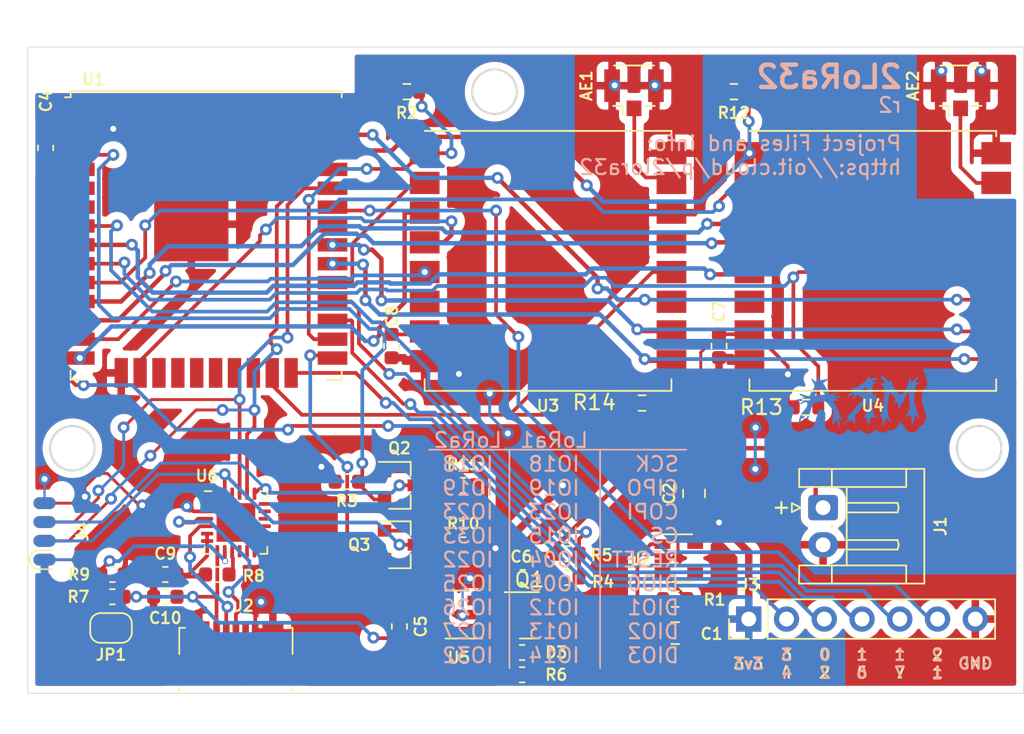
<source format=kicad_pcb>
(kicad_pcb (version 20211014) (generator pcbnew)

  (general
    (thickness 1.6)
  )

  (paper "A4")
  (layers
    (0 "F.Cu" signal)
    (31 "B.Cu" signal)
    (32 "B.Adhes" user "B.Adhesive")
    (33 "F.Adhes" user "F.Adhesive")
    (34 "B.Paste" user)
    (35 "F.Paste" user)
    (36 "B.SilkS" user "B.Silkscreen")
    (37 "F.SilkS" user "F.Silkscreen")
    (38 "B.Mask" user)
    (39 "F.Mask" user)
    (40 "Dwgs.User" user "User.Drawings")
    (41 "Cmts.User" user "User.Comments")
    (42 "Eco1.User" user "User.Eco1")
    (43 "Eco2.User" user "User.Eco2")
    (44 "Edge.Cuts" user)
    (45 "Margin" user)
    (46 "B.CrtYd" user "B.Courtyard")
    (47 "F.CrtYd" user "F.Courtyard")
    (48 "B.Fab" user)
    (49 "F.Fab" user)
  )

  (setup
    (stackup
      (layer "F.SilkS" (type "Top Silk Screen"))
      (layer "F.Paste" (type "Top Solder Paste"))
      (layer "F.Mask" (type "Top Solder Mask") (thickness 0.01))
      (layer "F.Cu" (type "copper") (thickness 0.035))
      (layer "dielectric 1" (type "core") (thickness 1.51) (material "FR4") (epsilon_r 4.5) (loss_tangent 0.02))
      (layer "B.Cu" (type "copper") (thickness 0.035))
      (layer "B.Mask" (type "Bottom Solder Mask") (thickness 0.01))
      (layer "B.Paste" (type "Bottom Solder Paste"))
      (layer "B.SilkS" (type "Bottom Silk Screen"))
      (copper_finish "None")
      (dielectric_constraints no)
    )
    (pad_to_mask_clearance 0.051)
    (solder_mask_min_width 0.25)
    (pcbplotparams
      (layerselection 0x00010fc_ffffffff)
      (disableapertmacros false)
      (usegerberextensions true)
      (usegerberattributes false)
      (usegerberadvancedattributes false)
      (creategerberjobfile false)
      (svguseinch false)
      (svgprecision 6)
      (excludeedgelayer true)
      (plotframeref false)
      (viasonmask false)
      (mode 1)
      (useauxorigin false)
      (hpglpennumber 1)
      (hpglpenspeed 20)
      (hpglpendiameter 15.000000)
      (dxfpolygonmode true)
      (dxfimperialunits true)
      (dxfusepcbnewfont true)
      (psnegative false)
      (psa4output false)
      (plotreference true)
      (plotvalue true)
      (plotinvisibletext false)
      (sketchpadsonfab false)
      (subtractmaskfromsilk false)
      (outputformat 1)
      (mirror false)
      (drillshape 0)
      (scaleselection 1)
      (outputdirectory "gerber/")
    )
  )

  (net 0 "")
  (net 1 "GND")
  (net 2 "Net-(AE1-Pad1)")
  (net 3 "Net-(AE2-Pad1)")
  (net 4 "VBUS")
  (net 5 "+3V3")
  (net 6 "VIN")
  (net 7 "VBAT")
  (net 8 "Net-(C9-Pad1)")
  (net 9 "Net-(J2-Pad3)")
  (net 10 "Net-(J2-Pad2)")
  (net 11 "Net-(JP1-Pad2)")
  (net 12 "RTS")
  (net 13 "EN")
  (net 14 "Net-(Q2-Pad1)")
  (net 15 "IO0")
  (net 16 "DTR")
  (net 17 "Net-(Q3-Pad1)")
  (net 18 "Net-(R4-Pad2)")
  (net 19 "Net-(R8-Pad1)")
  (net 20 "LORSCK")
  (net 21 "TX")
  (net 22 "RX")
  (net 23 "Net-(U1-Pad29)")
  (net 24 "Net-(R13-Pad1)")
  (net 25 "Net-(U1-Pad16)")
  (net 26 "Net-(U1-Pad13)")
  (net 27 "Net-(U1-Pad12)")
  (net 28 "Net-(U1-Pad10)")
  (net 29 "Net-(R14-Pad1)")
  (net 30 "Net-(U1-Pad8)")
  (net 31 "unconnected-(J2-Pad4)")
  (net 32 "Net-(R1-Pad1)")
  (net 33 "unconnected-(U1-Pad32)")
  (net 34 "unconnected-(U1-Pad22)")
  (net 35 "unconnected-(U1-Pad21)")
  (net 36 "unconnected-(U1-Pad20)")
  (net 37 "unconnected-(U1-Pad19)")
  (net 38 "unconnected-(U1-Pad18)")
  (net 39 "unconnected-(U1-Pad17)")
  (net 40 "Net-(U1-Pad14)")
  (net 41 "Net-(U1-Pad11)")
  (net 42 "SPARE04")
  (net 43 "unconnected-(U1-Pad5)")
  (net 44 "unconnected-(U1-Pad4)")
  (net 45 "unconnected-(U2-Pad4)")
  (net 46 "unconnected-(U3-Pad13)")
  (net 47 "unconnected-(U3-Pad6)")
  (net 48 "unconnected-(U4-Pad13)")
  (net 49 "unconnected-(U4-Pad6)")
  (net 50 "unconnected-(U6-Pad24)")
  (net 51 "unconnected-(U6-Pad22)")
  (net 52 "unconnected-(U6-Pad18)")
  (net 53 "unconnected-(U6-Pad17)")
  (net 54 "unconnected-(U6-Pad16)")
  (net 55 "unconnected-(U6-Pad15)")
  (net 56 "unconnected-(U6-Pad14)")
  (net 57 "unconnected-(U6-Pad13)")
  (net 58 "unconnected-(U6-Pad12)")
  (net 59 "unconnected-(U6-Pad11)")
  (net 60 "unconnected-(U6-Pad10)")
  (net 61 "unconnected-(U6-Pad1)")
  (net 62 "LORCOPI")
  (net 63 "LORCIPO")
  (net 64 "SPARE03")
  (net 65 "SPARE02")
  (net 66 "SPARE01")
  (net 67 "SPARE00")
  (net 68 "Net-(R2-Pad1)")
  (net 69 "Net-(R12-Pad1)")

  (footprint "RF_Module:ESP32-WROOM-32U" (layer "F.Cu") (at 178 96.675001))

  (footprint "Connector_Coaxial:U.FL_Hirose_U.FL-R-SMT-1_Vertical" (layer "F.Cu") (at 228.75 87.07 90))

  (footprint "Capacitor_SMD:C_0603_1608Metric" (layer "F.Cu") (at 167.2 90.781475 90))

  (footprint "Capacitor_SMD:C_0603_1608Metric" (layer "F.Cu") (at 191 123 -90))

  (footprint "Capacitor_SMD:C_0603_1608Metric" (layer "F.Cu") (at 199.3 119.7 180))

  (footprint "Capacitor_SMD:C_0603_1608Metric" (layer "F.Cu") (at 190.475 104.125 -90))

  (footprint "Capacitor_SMD:C_0603_1608Metric" (layer "F.Cu") (at 175.25 119.5 180))

  (footprint "Capacitor_SMD:C_0603_1608Metric" (layer "F.Cu") (at 199.25 124.75 180))

  (footprint "Connector_JST:JST_EH_S2B-EH_1x02_P2.50mm_Horizontal" (layer "F.Cu") (at 219.5 115 -90))

  (footprint "Package_TO_SOT_SMD:SOT-23" (layer "F.Cu") (at 191 113.5))

  (footprint "Package_TO_SOT_SMD:SOT-23" (layer "F.Cu") (at 191 117.5))

  (footprint "Resistor_SMD:R_0603_1608Metric" (layer "F.Cu") (at 187.4625 113.25))

  (footprint "Resistor_SMD:R_0603_1608Metric" (layer "F.Cu") (at 202.3 119.7))

  (footprint "Resistor_SMD:R_0603_1608Metric" (layer "F.Cu") (at 202.3 118.1 180))

  (footprint "Resistor_SMD:R_0603_1608Metric" (layer "F.Cu") (at 199.25 126.25))

  (footprint "Resistor_SMD:R_0603_1608Metric" (layer "F.Cu") (at 171.6875 121))

  (footprint "Resistor_SMD:R_0603_1608Metric" (layer "F.Cu") (at 178.75 119.5 180))

  (footprint "Resistor_SMD:R_0603_1608Metric" (layer "F.Cu") (at 171.7 119.5 180))

  (footprint "Resistor_SMD:R_0603_1608Metric" (layer "F.Cu") (at 195.2875 117.5))

  (footprint "Resistor_SMD:R_0603_1608Metric" (layer "F.Cu") (at 195.2875 113.5))

  (footprint "loranet2:DRF1276G" (layer "F.Cu") (at 201 98.140001))

  (footprint "loranet2:DRF1276G" (layer "F.Cu") (at 222.844999 98.140001))

  (footprint "Package_DFN_QFN:QFN-24-1EP_4x4mm_P0.5mm_EP2.6x2.6mm" (layer "F.Cu") (at 180 116))

  (footprint "Connector_USB:USB_Micro-B_Molex_47346-0001" (layer "F.Cu") (at 180 124.8))

  (footprint "Capacitor_SMD:C_0603_1608Metric" (layer "F.Cu") (at 212.5 104.1125 90))

  (footprint "Package_TO_SOT_SMD:SOT-23-5" (layer "F.Cu") (at 195 122.2 180))

  (footprint "Connector_Coaxial:U.FL_Hirose_U.FL-R-SMT-1_Vertical" (layer "F.Cu") (at 206.78 87.07 90))

  (footprint "Capacitor_SMD:C_0805_2012Metric" (layer "F.Cu") (at 209.55 123.444))

  (footprint "Capacitor_SMD:C_0805_2012Metric" (layer "F.Cu") (at 210.82 114.046 90))

  (footprint "Resistor_SMD:R_0603_1608Metric" (layer "F.Cu") (at 209.55 121.158 180))

  (footprint "Package_TO_SOT_SMD:SOT-23-5" (layer "F.Cu") (at 209.795001 118.405001))

  (footprint "Capacitor_SMD:C_0603_1608Metric" (layer "F.Cu") (at 175.25 121 180))

  (footprint "Jumper:SolderJumper-2_P1.3mm_Bridged_RoundedPad1.0x1.5mm" (layer "F.Cu") (at 171.6 123.1 180))

  (footprint "Resistor_SMD:R_0603_1608Metric" (layer "F.Cu") (at 213.5 87 180))

  (footprint "Resistor_SMD:R_0603_1608Metric" (layer "F.Cu") (at 191.5 87 180))

  (footprint "Connector_PinHeader_2.54mm:PinHeader_1x07_P2.54mm_Vertical" (layer "F.Cu") (at 214.5 122.5 90))

  (footprint "Package_TO_SOT_SMD:SOT-23" (layer "F.Cu") (at 199.75 122.25))

  (footprint "Resistor_SMD:R_0603_1608Metric" (layer "F.Cu") (at 218.351714 108.25 180))

  (footprint "Resistor_SMD:R_0603_1608Metric" (layer "F.Cu") (at 207.32 107.96))

  (footprint "loranet2:SOIC_clipProgSmall" (layer "F.Cu") (at 166.376 116.602 -90))

  (footprint "loranet2:MRA-2022_10x6mm" (layer "B.Cu")
    (tedit 623B5DFD) (tstamp 00000000-0000-0000-0000-000060d4245f)
    (at 221.815645 109.15801 180)
    (property "Sheetfile" "loranet2.kicad_sch")
    (property "Sheetname" "")
    (path "/00000000-0000-0000-0000-000060d48c38")
    (attr through_hole)
    (fp_text reference "H1" (at 0 0) (layer "B.SilkS") hide
      (effects (font (size 1.27 1.27) (thickness 0.15)) (justify mirror))
      (tstamp 72bd3a47-5258-460c-bd5b-ac220179bcdf)
    )
    (fp_text value "MountingHole" (at 0 0) (layer "B.SilkS") hide
      (effects (font (size 1.27 1.27) (thickness 0.15)) (justify mirror))
      (tstamp 31948383-d588-419b-b73e-6f2eb277375e)
    )
    (fp_poly (pts
        (xy -1.558313 3.04029)
        (xy -1.564778 3.012362)
        (xy -1.593564 2.958042)
        (xy -1.628618 2.897503)
        (xy -1.676306 2.815254)
        (xy -1.727994 2.726186)
        (xy -1.743926 2.69875)
        (xy -1.842272 2.529417)
        (xy -1.704303 2.523158)
        (xy -1.63412 2.517775)
        (xy -1.58444 2.509763)
        (xy -1.566333 2.501182)
        (xy -1.581318 2.480125)
        (xy -1.620043 2.442047)
        (xy -1.659259 2.407789)
        (xy -1.720942 2.348345)
        (xy -1.757562 2.287767)
        (xy -1.778809 2.219127)
        (xy -1.790032 2.139902)
        (xy -1.795319 2.026606)
        (xy -1.794991 1.887038)
        (xy -1.789365 1.728996)
        (xy -1.77876 1.560279)
        (xy -1.763493 1.388684)
        (xy -1.743884 1.22201)
        (xy -1.735742 1.164167)
        (xy -1.719827 1.049489)
        (xy -1.706621 0.941121)
        (xy -1.697386 0.850389)
        (xy -1.693384 0.788622)
        (xy -1.693313 0.783167)
        (xy -1.679638 0.647461)
        (xy -1.635987 0.533109)
        (xy -1.557401 0.427311)
        (xy -1.553983 0.423635)
        (xy -1.497644 0.361601)
        (xy -1.469219 0.323597)
        (xy -1.466483 0.303927)
        (xy -1.487208 0.296894)
        (xy -1.504225 0.296334)
        (xy -1.581972 0.27694)
        (xy -1.641488 0.220331)
        (xy -1.663375 0.178893)
        (xy -1.682831 0.102771)
        (xy -1.69196 0.003496)
        (xy -1.690281 -0.100914)
        (xy -1.677316 -0.192441)
        (xy -1.673644 -0.206514)
        (xy -1.665232 -0.257309)
        (xy -1.676334 -0.274625)
        (xy -1.704224 -0.255423)
        (xy -1.710785 -0.247892)
        (xy -1.730087 -0.216083)
        (xy -1.760114 -0.157333)
        (xy -1.794811 -0.083567)
        (xy -1.799452 -0.073267)
        (xy -1.848749 0.025689)
        (xy -1.897289 0.103347)
        (xy -1.940536 0.153314)
        (xy -1.971698 0.169334)
        (xy -1.991985 0.153722)
        (xy -2.030372 0.112499)
        (xy -2.07978 0.054088)
        (xy -2.133129 -0.013092)
        (xy -2.183341 -0.080618)
        (xy -2.191414 -0.092038)
        (xy -2.219916 -0.125966)
        (xy -2.231189 -0.122224)
        (xy -2.225405 -0.081734)
        (xy -2.202736 -0.005417)
        (xy -2.163352 0.105803)
        (xy -2.146302 0.151096)
        (xy -2.092618 0.305003)
        (xy -2.053991 0.449979)
        (xy -2.028962 0.596714)
        (xy -2.016071 0.755899)
        (xy -2.013858 0.938224)
        (xy -2.018067 1.090084)
        (xy -2.027363 1.246172)
        (xy -2.043486 1.380888)
        (xy -2.069454 1.515022)
        (xy -2.094718 1.618215)
        (xy -2.120635 1.715801)
        (xy -2.143401 1.797561)
        (xy -2.160648 1.855263)
        (xy -2.17001 1.880674)
        (xy -2.170278 1.881)
        (xy -2.194075 1.877282)
        (xy -2.237493 1.846884)
        (xy -2.294202 1.796576)
        (xy -2.357875 1.733125)
        (xy -2.422183 1.663301)
        (xy -2.480799 1.593873)
        (xy -2.527395 1.531609)
        (xy -2.555641 1.483278)
        (xy -2.561167 1.462893)
        (xy -2.549776 1.42417)
        (xy -2.520662 1.367321)
        (xy -2.498052 1.331394)
        (xy -2.462524 1.276498)
        (xy -2.439455 1.236133)
        (xy -2.434552 1.223516)
        (xy -2.452511 1.220774)
        (xy -2.499163 1.229318)
        (xy -2.542632 1.240993)
        (xy -2.606181 1.256004)
        (xy -2.652881 1.259959)
        (xy -2.667672 1.255727)
        (xy -2.679395 1.229386)
        (xy -2.698868 1.170848)
        (xy -2.723327 1.08892)
        (xy -2.748596 0.997708)
        (xy -2.774584 0.90273)
        (xy -2.797304 0.823689)
        (xy -2.814254 0.769031)
        (xy -2.82279 0.747321)
        (xy -2.831657 0.760755)
        (xy -2.844799 0.805596)
        (xy -2.857041 0.860864)
        (xy -2.892058 1.011047)
        (xy -2.931665 1.124)
        (xy -2.97887 1.204798)
        (xy -3.036678 1.258515)
        (xy -3.108096 1.290224)
        (xy -3.112073 1.291321)
        (xy -3.172218 1.312414)
        (xy -3.192545 1.336524)
        (xy -3.175421 1.370209)
        (xy -3.149909 1.396114)
        (xy -3.103651 1.43921)
        (xy -3.195242 1.619847)
        (xy -3.245648 1.711891)
        (xy -3.300634 1.800699)
        (xy -3.350762 1.871352)
        (xy -3.365826 1.889497)
        (xy -3.444818 1.97851)
        (xy -3.457715 1.872964)
        (xy -3.464957 1.803329)
        (xy -3.47401 1.700469)
        (xy -3.484196 1.573416)
        (xy -3.494839 1.431205)
        (xy -3.505261 1.28287)
        (xy -3.514785 1.137445)
        (xy -3.522333 1.011101)
        (xy -3.526449 0.919505)
        (xy -3.524771 0.856223)
        (xy -3.514861 0.807369)
        (xy -3.494285 0.759057)
        (xy -3.470356 0.714767)
        (xy -3.417075 0.616539)
        (xy -3.365587 0.5164)
        (xy -3.319319 0.421658)
        (xy -3.2817 0.33962)
        (xy -3.256158 0.277593)
        (xy -3.246119 0.242885)
        (xy -3.246938 0.238507)
        (xy -3.267079 0.245759)
        (xy -3.308609 0.276244)
        (xy -3.362761 0.323483)
        (xy -3.365896 0.326406)
        (xy -3.422794 0.375238)
        (xy -3.470226 0.408081)
        (xy -3.49814 0.418001)
        (xy -3.498514 0.417891)
        (xy -3.524666 0.396752)
        (xy -3.563257 0.352039)
        (xy -3.58775 0.319082)
        (xy -3.615204 0.278151)
        (xy -3.633306 0.241843)
        (xy -3.64397 0.200053)
        (xy -3.649111 0.142679)
        (xy -3.650643 0.059619)
        (xy -3.650612 -0.012619)
        (xy -3.650696 -0.108022)
        (xy -3.651405 -0.185627)
        (xy -3.652618 -0.237042)
        (xy -3.654082 -0.254)
        (xy -3.665652 -0.237019)
        (xy -3.692636 -0.192002)
        (xy -3.72974 -0.127832)
        (xy -3.739246 -0.111125)
        (xy -3.777599 -0.041334)
        (xy -3.801336 0.012712)
        (xy -3.81384 0.065435)
        (xy -3.818491 0.131259)
        (xy -3.818672 0.224605)
        (xy -3.818647 0.227542)
        (xy -3.819537 0.326598)
        (xy -3.824656 0.388572)
        (xy -3.834654 0.418564)
        (xy -3.843597 0.423334)
        (xy -3.87619 0.406636)
        (xy -3.920183 0.364023)
        (xy -3.966654 0.306714)
        (xy -4.006678 0.24593)
        (xy -4.031332 0.192891)
        (xy -4.033576 0.184466)
        (xy -4.044932 0.143133)
        (xy -4.056289 0.138918)
        (xy -4.069236 0.158274)
        (xy -4.083845 0.220057)
        (xy -4.079168 0.315424)
        (xy -4.055891 0.440634)
        (xy -4.014696 0.591944)
        (xy -3.960246 0.75463)
        (xy -3.919647 0.872097)
        (xy -3.882579 0.988328)
        (xy -3.852618 1.091489)
        (xy -3.833338 1.169746)
        (xy -3.830722 1.183365)
        (xy -3.813282 1.322433)
        (xy -3.805796 1.47418)
        (xy -3.808106 1.624682)
        (xy -3.820056 1.760015)
        (xy -3.83832 1.855139)
        (xy -3.855999 1.943748)
        (xy -3.86863 2.051431)
        (xy -3.8735 2.154995)
        (xy -3.8735 2.155745)
        (xy -3.874304 2.241117)
        (xy -3.879285 2.296604)
        (xy -3.892301 2.334653)
        (xy -3.917206 2.367709)
        (xy -3.949077 2.399695)
        (xy -4.012713 2.453521)
        (xy -4.081429 2.500272)
        (xy -4.102535 2.511839)
        (xy -4.180417 2.550584)
        (xy -3.878521 2.56292)
        (xy -3.939233 2.675013)
        (xy -3.979083 2.754204)
        (xy -4.014264 2.834076)
        (xy -4.041037 2.904828)
        (xy -4.055666 2.956658)
        (xy -4.055238 2.979152)
        (xy -4.025218 2.983607)
        (xy -3.985399 2.961784)
        (xy -3.94931 2.92273)
        (xy -3.937146 2.900185)
        (xy -3.910751 2.856968)
        (xy -3.86607 2.80258)
        (xy -3.811425 2.745067)
        (xy -3.75514 2.692474)
        (xy -3.705535 2.652847)
        (xy -3.670936 2.634231)
        (xy -3.662596 2.634779)
        (xy -3.64168 2.65904)
        (xy -3.609153 2.708367)
        (xy -3.583254 2.752404)
        (xy -3.549124 2.809399)
        (xy -3.522214 2.84756)
        (xy -3.51108 2.857479)
        (xy -3.500083 2.838757)
        (xy -3.487927 2.791615)
        (xy -3.483621 2.767542)
        (xy -3.464942 2.682506)
        (xy -3.433917 2.574891)
        (xy -3.39487 2.45693)
        (xy -3.352122 2.340855)
        (xy -3.309997 2.238899)
        (xy -3.272815 2.163296)
        (xy -3.266184 2.152144)
        (xy -3.224868 2.092707)
        (xy -3.168854 2.021227)
        (xy -3.104656 1.944951)
        (xy -3.038789 1.871125)
        (xy -2.977765 1.806992)
        (xy -2.9281 1.7598)
        (xy -2.896309 1.736793)
        (xy -2.891739 1.735667)
        (xy -2.862294 1.751288)
        (xy -2.82575 1.789348)
        (xy -2.822315 1.793875)
        (xy -2.791733 1.832402)
        (xy -2.740403 1.894214)
        (xy -2.675497 1.970775)
        (xy -2.604515 2.053167)
        (xy -2.501453 2.175808)
        (xy -2.425615 2.277156)
        (xy -2.373197 2.364716)
        (xy -2.340393 2.445993)
        (xy -2.323401 2.528494)
        (xy -2.318421 2.617576)
        (xy -2.317311 2.699049)
        (xy -2.310384 2.741208)
        (xy -2.290895 2.747027)
        (xy -2.252095 2.719478)
        (xy -2.19755 2.670835)
        (xy -2.140849 2.619636)
        (xy -2.037589 2.722693)
        (xy -1.976359 2.778441)
        (xy -1.899475 2.840732)
        (xy -1.815208 2.903771)
        (xy -1.73183 2.961765)
        (xy -1.657614 3.008921)
        (xy -1.60083 3.039445)
        (xy -1.573125 3.048)
        (xy -1.558313 3.04029)
      ) (layer "B.Cu") (width 0.01) (fill solid) (tstamp 4f31de85-a5e9-490a-9f64-4ba66189b3e4))
    (fp_poly (pts
        (xy -0.766927 2.988489)
        (xy -0.737465 2.943923)
        (xy -0.709493 2.894542)
        (xy -0.670534 2.826151)
        (xy -0.629762 2.76762)
        (xy -0.580673 2.712555)
        (xy -0.516765 2.654561)
        (xy -0.431533 2.587244)
        (xy -0.318474 2.50421)
        (xy -0.296333 2.488296)
        (xy -0.178287 2.403613)
        (xy -0.088159 2.34004)
        (xy -0.019196 2.294395)
        (xy 0.035354 2.263496)
        (xy 0.082245 2.244161)
        (xy 0.128229 2.23321)
        (xy 0.180058 2.22746)
        (xy 0.244486 2.223729)
        (xy 0.267793 2.2225)
        (xy 0.463395 2.211917)
        (xy 0.337927 2.106084)
        (xy 0.27864 2.054775)
        (xy 0.234556 2.014147)
        (xy 0.213537 1.991512)
        (xy 0.212789 1.989667)
        (xy 0.230796 1.976636)
        (xy 0.278398 1.951287)
        (xy 0.34646 1.918395)
        (xy 0.369959 1.907561)
        (xy 0.455243 1.865778)
        (xy 0.514071 1.827168)
        (xy 0.559943 1.780915)
        (xy 0.603604 1.720363)
        (xy 0.641148 1.660068)
        (xy 0.664885 1.614506)
        (xy 0.669705 1.593983)
        (xy 0.648839 1.600457)
        (xy 0.602018 1.626805)
        (xy 0.537612 1.668126)
        (xy 0.504126 1.690991)
        (xy 0.403789 1.755225)
        (xy 0.320306 1.797638)
        (xy 0.257845 1.816816)
        (xy 0.220577 1.811347)
        (xy 0.211667 1.790116)
        (xy 0.216188 1.752467)
        (xy 0.228057 1.687549)
        (xy 0.244727 1.609253)
        (xy 0.24514 1.607434)
        (xy 0.260632 1.531011)
        (xy 0.269657 1.469477)
        (xy 0.270365 1.435604)
        (xy 0.270148 1.434862)
        (xy 0.25595 1.439577)
        (xy 0.225226 1.473826)
        (xy 0.183538 1.531028)
        (xy 0.163981 1.560493)
        (xy 0.11394 1.632975)
        (xy 0.067001 1.692578)
        (xy 0.031344 1.729151)
        (xy 0.02409 1.734103)
        (xy -0.022048 1.746063)
        (xy -0.06402 1.738795)
        (xy -0.084473 1.715711)
        (xy -0.084667 1.712712)
        (xy -0.100943 1.693475)
        (xy -0.144755 1.656597)
        (xy -0.208579 1.608164)
        (xy -0.255227 1.574772)
        (xy -0.425787 1.455257)
        (xy -0.376935 1.403038)
        (xy -0.332194 1.361059)
        (xy -0.269378 1.30894)
        (xy -0.225247 1.275173)
        (xy -0.15711 1.216291)
        (xy -0.084206 1.139908)
        (xy -0.032494 1.075954)
        (xy 0.012109 1.019382)
        (xy 0.079231 0.940229)
        (xy 0.161969 0.846356)
        (xy 0.253421 0.745621)
        (xy 0.326291 0.667417)
        (xy 0.427529 0.56142)
        (xy 0.505537 0.483227)
        (xy 0.564957 0.428779)
        (xy 0.610433 0.394019)
        (xy 0.646608 0.374888)
        (xy 0.667996 0.368787)
        (xy 0.716293 0.356531)
        (xy 0.740259 0.344186)
        (xy 0.740833 0.342496)
        (xy 0.72727 0.321405)
        (xy 0.692588 0.281316)
        (xy 0.665381 0.252598)
        (xy 0.589928 0.175328)
        (xy 0.659344 0.105912)
        (xy 0.708954 0.060643)
        (xy 0.779844 0.001296)
        (xy 0.859027 -0.061356)
        (xy 0.882963 -0.079566)
        (xy 0.96073 -0.140553)
        (xy 1.011082 -0.184976)
        (xy 1.032921 -0.210743)
        (xy 1.025146 -0.215766)
        (xy 0.986657 -0.197952)
        (xy 0.926042 -0.16143)
        (xy 0.791386 -0.080612)
        (xy 0.677518 -0.024323)
        (xy 0.574524 0.012055)
        (xy 0.530558 0.022846)
        (xy 0.460289 0.034558)
        (xy 0.411996 0.031325)
        (xy 0.367551 0.011762)
        (xy 0.364849 0.01018)
        (xy 0.30763 -0.035965)
        (xy 0.256216 -0.09786)
        (xy 0.221066 -0.161061)
        (xy 0.211667 -0.201334)
        (xy 0.204651 -0.226445)
        (xy 0.19259 -0.221191)
        (xy 0.185063 -0.193651)
        (xy 0.177714 -0.132155)
        (xy 0.171273 -0.045079)
        (xy 0.166468 0.059204)
        (xy 0.165548 0.089169)
        (xy 0.157582 0.379422)
        (xy 0.041749 0.492029)
        (xy -0.030401 0.570266)
        (xy -0.102365 0.661302)
        (xy -0.151612 0.734403)
        (xy -0.213844 0.823298)
        (xy -0.294891 0.909125)
        (xy -0.404542 1.002243)
        (xy -0.4053 1.002839)
        (xy -0.478991 1.058037)
        (xy -0.541081 1.099312)
        (xy -0.584008 1.121954)
        (xy -0.599292 1.123675)
        (xy -0.620346 1.08239)
        (xy -0.63808 1.010174)
        (xy -0.650428 0.918411)
        (xy -0.655323 0.818485)
        (xy -0.655334 0.814917)
        (xy -0.651293 0.739231)
        (xy -0.636407 0.666401)
        (xy -0.606876 0.581928)
        (xy -0.574187 0.505249)
        (xy -0.530924 0.414082)
        (xy -0.485641 0.328403)
        (xy -0.44597 0.262356)
        (xy -0.43398 0.245381)
        (xy -0.401316 0.197353)
        (xy -0.385912 0.163971)
        (xy -0.386581 0.156698)
        (xy -0.410488 0.158551)
        (xy -0.457756 0.176462)
        (xy -0.483939 0.189024)
        (xy -0.539063 0.215397)
        (xy -0.578226 0.230964)
        (xy -0.586532 0.232754)
        (xy -0.603508 0.214905)
        (xy -0.628779 0.169284)
        (xy -0.645583 0.132213)
        (xy -0.670307 0.056546)
        (xy -0.683725 -0.032331)
        (xy -0.687912 -0.148423)
        (xy -0.687917 -0.153432)
        (xy -0.689035 -0.235999)
        (xy -0.692024 -0.299542)
        (xy -0.696337 -0.3345)
        (xy -0.6985 -0.338362)
        (xy -0.712179 -0.320618)
        (xy -0.737411 -0.274573)
        (xy -0.765656 -0.21668)
        (xy -0.806996 -0.101815)
        (xy -0.833462 0.024763)
        (xy -0.836334 0.049512)
        (xy -0.850571 0.150126)
        (xy -0.873859 0.214522)
        (xy -0.912361 0.248717)
        (xy -0.972237 0.258729)
        (xy -1.044425 0.252735)
        (xy -1.126264 0.235296)
        (xy -1.202895 0.208739)
        (xy -1.235251 0.192354)
        (xy -1.284436 0.164178)
        (xy -1.317917 0.14901)
        (xy -1.322303 0.148167)
        (xy -1.316349 0.162722)
        (xy -1.28741 0.201735)
        (xy -1.240851 0.258224)
        (xy -1.212465 0.291042)
        (xy -1.087069 0.433917)
        (xy -1.039732 0.814917)
        (xy -1.023905 0.940538)
        (xy -1.009159 1.054349)
        (xy -0.996533 1.148555)
        (xy -0.987071 1.215362)
        (xy -0.982203 1.245231)
        (xy -0.979941 1.280412)
        (xy -1.002007 1.28509)
        (xy -1.020465 1.280332)
        (xy -1.060748 1.262248)
        (xy -1.123808 1.227144)
        (xy -1.197472 1.181884)
        (xy -1.213809 1.1713)
        (xy -1.281994 1.129044)
        (xy -1.3363 1.099798)
        (xy -1.367654 1.088297)
        (xy -1.371333 1.089111)
        (xy -1.36346 1.108646)
        (xy -1.330968 1.148421)
        (xy -1.280622 1.200264)
        (xy -1.274065 1.206562)
        (xy -1.204546 1.280504)
        (xy -1.169589 1.337557)
        (xy -1.164167 1.364775)
        (xy -1.167755 1.397051)
        (xy -1.18591 1.412723)
        (xy -1.229722 1.41765)
        (xy -1.264708 1.417916)
        (xy -1.346004 1.411783)
        (xy -1.438814 1.39649)
        (xy -1.481667 1.386417)
        (xy -1.56906 1.364371)
        (xy -1.620909 1.35553)
        (xy -1.641895 1.359897)
        (xy -1.636695 1.377477)
        (xy -1.629711 1.386565)
        (xy -1.598096 1.407122)
        (xy -1.536994 1.434042)
        (xy -1.457752 1.462519)
        (xy -1.428966 1.471618)
        (xy -1.30902 1.514451)
        (xy -1.230033 1.557586)
        (xy -1.190633 1.601893)
        (xy -1.185333 1.626148)
        (xy -1.198593 1.654507)
        (xy -1.232745 1.701393)
        (xy -1.264708 1.738975)
        (xy -1.302786 1.782056)
        (xy -1.320316 1.807998)
        (xy -1.312978 1.818049)
        (xy -1.276452 1.813455)
        (xy -1.206417 1.795464)
        (xy -1.136568 1.775967)
        (xy -1.073832 1.760416)
        (xy -1.038543 1.759171)
        (xy -1.018212 1.772502)
        (xy -1.013691 1.778597)
        (xy -1.006227 1.812042)
        (xy -1.0026 1.877921)
        (xy -1.00238 1.966548)
        (xy -1.004645 2.049973)
        (xy -0.613433 2.049973)
        (xy -0.611161 1.977293)
        (xy -0.60607 1.920154)
        (xy -0.600519 1.894932)
        (xy -0.587719 1.875239)
        (xy -0.565818 1.871912)
        (xy -0.528416 1.887413)
        (xy -0.469115 1.924201)
        (xy -0.399139 1.972339)
        (xy -0.33405 2.020262)
        (xy -0.300267 2.052321)
        (xy -0.29277 2.074382)
        (xy -0.300762 2.087306)
        (xy -0.332948 2.11217)
        (xy -0.387018 2.147963)
        (xy -0.451667 2.187905)
        (xy -0.515587 2.225212)
        (xy -0.567473 2.253103)
        (xy -0.596018 2.264795)
        (xy -0.596713 2.264834)
        (xy -0.604526 2.245624)
        (xy -0.609997 2.195701)
        (xy -0.613005 2.12663)
        (xy -0.613433 2.049973)
        (xy -1.004645 2.049973)
        (xy -1.005142 2.068239)
        (xy -1.010458 2.17331)
        (xy -1.017899 2.272075)
        (xy -1.027038 2.35485)
        (xy -1.037449 2.411949)
        (xy -1.04229 2.426375)
        (xy -1.074536 2.465215)
        (xy -1.12969 2.505662)
        (xy -1.156839 2.52041)
        (xy -1.221333 2.556837)
        (xy -1.245569 2.583875)
        (xy -1.229319 2.60094)
        (xy -1.190625 2.606835)
        (xy -1.132033 2.609596)
        (xy -1.089461 2.608584)
        (xy -1.039721 2.602633)
        (xy -1.005417 2.597517)
        (xy -0.92075 2.584671)
        (xy -0.994833 2.648589)
        (xy -1.084569 2.715686)
        (xy -1.174788 2.765312)
        (xy -1.253719 2.79146)
        (xy -1.27974 2.794)
        (xy -1.319941 2.799721)
        (xy -1.3335 2.810934)
        (xy -1.314775 2.846019)
        (xy -1.26494 2.868524)
        (xy -1.193508 2.877785)
        (xy -1.109993 2.873136)
        (xy -1.023906 2.853912)
        (xy -0.976647 2.835869)
        (xy -0.907724 2.806487)
        (xy -0.86837 2.796596)
        (xy -0.850661 2.806031)
        (xy -0.846667 2.833175)
        (xy -0.840112 2.880789)
        (xy -0.824178 2.935686)
        (xy -0.804464 2.982344)
        (xy -0.786567 3.005241)
        (xy -0.78446 3.005667)
        (xy -0.766927 2.988489)
      ) (layer "B.Cu") (width 0.01) (fill solid) (tstamp 8da5ca03-ed4e-4318-a05e-8d1b9da96279))
    (fp_poly (pts
        (xy 2.617647 3.023614)
        (xy 2.631609 2.974592)
        (xy 2.635504 2.950012)
        (xy 2.658609 2.813046)
        (xy 2.686259 2.716405)
        (xy 2.72114 2.658121)
        (xy 2.765939 2.636228)
        (xy 2.823344 2.648757)
        (xy 2.89604 2.693741)
        (xy 2.938965 2.727791)
        (xy 3.022266 2.794403)
        (xy 3.07655 2.830305)
        (xy 3.102496 2.834958)
        (xy 3.100781 2.807823)
        (xy 3.072083 2.748363)
        (xy 3.021121 2.662532)
        (xy 2.950978 2.540619)
        (xy 2.90925 2.440602)
        (xy 2.895749 2.353171)
        (xy 2.910284 2.269014)
        (xy 2.952665 2.178822)
        (xy 3.009487 2.091811)
        (xy 3.065145 2.003871)
        (xy 3.117459 1.906062)
        (xy 3.152408 1.826278)
        (xy 3.181697 1.754696)
        (xy 3.210285 1.697935)
        (xy 3.230163 1.670302)
        (xy 3.25302 1.662369)
        (xy 3.294815 1.664938)
        (xy 3.361716 1.67912)
        (xy 3.459889 1.706022)
        (xy 3.508285 1.720291)
        (xy 3.64563 1.760748)
        (xy 3.747453 1.789175)
        (xy 3.818512 1.806574)
        (xy 3.863561 1.813952)
        (xy 3.887355 1.812312)
        (xy 3.894649 1.80266)
        (xy 3.894667 1.801926)
        (xy 3.877193 1.773628)
        (xy 3.830655 1.73304)
        (xy 3.763873 1.686757)
        (xy 3.68567 1.641374)
        (xy 3.667125 1.631821)
        (xy 3.614278 1.601629)
        (xy 3.581928 1.57611)
        (xy 3.577167 1.567629)
        (xy 3.596248 1.550205)
        (xy 3.646785 1.527644)
        (xy 3.718712 1.503078)
        (xy 3.801967 1.479639)
        (xy 3.886486 1.460456)
        (xy 3.958167 1.449095)
        (xy 4.050039 1.433957)
        (xy 4.120805 1.41265)
        (xy 4.162332 1.388103)
        (xy 4.169833 1.372854)
        (xy 4.149942 1.366289)
        (xy 4.095365 1.360018)
        (xy 4.01375 1.354643)
        (xy 3.912745 1.350766)
        (xy 3.879186 1.349973)
        (xy 3.588539 1.344084)
        (xy 3.696208 1.27505)
        (xy 3.771702 1.22261)
        (xy 3.830342 1.174132)
        (xy 3.865739 1.135553)
        (xy 3.871506 1.112809)
        (xy 3.87117 1.112448)
        (xy 3.849541 1.117227)
        (xy 3.799393 1.137729)
        (xy 3.729749 1.170117)
        (xy 3.694179 1.187685)
        (xy 3.591153 1.235267)
        (xy 3.513963 1.260472)
        (xy 3.454313 1.265964)
        (xy 3.451199 1.265733)
        (xy 3.407249 1.260128)
        (xy 3.384252 1.245361)
        (xy 3.374266 1.210107)
        (xy 3.369728 1.149533)
        (xy 3.370818 1.076893)
        (xy 3.385591 1.008653)
        (xy 3.417865 0.937009)
        (xy 3.471461 0.854156)
        (xy 3.550196 0.752291)
        (xy 3.584584 0.71048)
        (xy 3.728586 0.520118)
        (xy 3.833796 0.341363)
        (xy 3.901344 0.171747)
        (xy 3.932364 0.008802)
        (xy 3.934806 -0.052916)
        (xy 3.934374 -0.201083)
        (xy 3.893315 -0.116416)
        (xy 3.863492 -0.053673)
        (xy 3.824644 0.029704)
        (xy 3.785138 0.115751)
        (xy 3.784835 0.116417)
        (xy 3.717412 0.264584)
        (xy 3.704842 0.179917)
        (xy 3.696165 0.128825)
        (xy 3.688664 0.115505)
        (xy 3.678339 0.135717)
        (xy 3.674185 0.147417)
        (xy 3.65116 0.185638)
        (xy 3.605418 0.242418)
        (xy 3.565508 0.28575)
        (xy 3.683 0.28575)
        (xy 3.693583 0.275167)
        (xy 3.704167 0.28575)
        (xy 3.693583 0.296334)
        (xy 3.683 0.28575)
        (xy 3.565508 0.28575)
        (xy 3.545361 0.307623)
        (xy 3.521382 0.331672)
        (xy 3.386667 0.463761)
        (xy 3.386667 0.221297)
        (xy 3.384896 0.113278)
        (xy 3.379882 0.033824)
        (xy 3.372074 -0.011926)
        (xy 3.3655 -0.021166)
        (xy 3.349657 -0.003033)
        (xy 3.344333 0.032382)
        (xy 3.338156 0.071115)
        (xy 3.321171 0.141378)
        (xy 3.295695 0.234453)
        (xy 3.264048 0.341624)
        (xy 3.250043 0.386924)
        (xy 3.211853 0.509313)
        (xy 3.173666 0.632518)
        (xy 3.139434 0.743742)
        (xy 3.113106 0.830188)
        (xy 3.108786 0.844547)
        (xy 3.061153 0.978116)
        (xy 3.004176 1.082078)
        (xy 2.932073 1.160414)
        (xy 2.83906 1.217103)
        (xy 2.719353 1.256128)
        (xy 2.567168 1.281468)
        (xy 2.459175 1.29166)
        (xy 2.325013 1.30023)
        (xy 2.225255 1.301158)
        (xy 2.152344 1.292408)
        (xy 2.098724 1.271941)
        (xy 2.056838 1.237719)
        (xy 2.01913 1.187706)
        (xy 2.007906 1.169972)
        (xy 1.970447 1.117133)
        (xy 1.913995 1.04651)
        (xy 1.848877 0.970855)
        (xy 1.827853 0.94762)
        (xy 1.760794 0.867787)
        (xy 1.703182 0.786939)
        (xy 1.664581 0.718754)
        (xy 1.659745 0.707217)
        (xy 1.647029 0.671449)
        (xy 1.63836 0.636748)
        (xy 1.633728 0.596216)
        (xy 1.633124 0.542951)
        (xy 1.636538 0.470054)
        (xy 1.643962 0.370623)
        (xy 1.655384 0.237759)
        (xy 1.659044 0.196485)
        (xy 1.669774 0.068843)
        (xy 1.678077 -0.043958)
        (xy 1.683564 -0.135302)
        (xy 1.685845 -0.198574)
        (xy 1.684529 -0.227158)
        (xy 1.684086 -0.227969)
        (xy 1.661328 -0.224692)
        (xy 1.625216 -0.195944)
        (xy 1.585848 -0.1515)
        (xy 1.553583 -0.101642)
        (xy 1.531229 -0.038282)
        (xy 1.523711 0.014824)
        (xy 1.5186 0.079123)
        (xy 1.510303 0.123068)
        (xy 1.500947 0.148939)
        (xy 1.488036 0.149959)
        (xy 1.46461 0.122134)
        (xy 1.436483 0.080735)
        (xy 1.399728 0.018308)
        (xy 1.358698 -0.06232)
        (xy 1.318243 -0.150104)
        (xy 1.283215 -0.234001)
        (xy 1.258463 -0.302965)
        (xy 1.248838 -0.345954)
        (xy 1.248833 -0.346529)
        (xy 1.235525 -0.383834)
        (xy 1.226107 -0.392546)
        (xy 1.214819 -0.383698)
        (xy 1.209385 -0.338011)
        (xy 1.209609 -0.253253)
        (xy 1.210777 -0.219171)
        (xy 1.22218 -0.082286)
        (xy 1.245685 0.026286)
        (xy 1.264944 0.079375)
        (xy 1.289938 0.148106)
        (xy 1.292102 0.182463)
        (xy 1.270754 0.182584)
        (xy 1.225209 0.148606)
        (xy 1.171965 0.098036)
        (xy 1.124543 0.054793)
        (xy 1.09119 0.032359)
        (xy 1.0795 0.034898)
        (xy 1.087162 0.07741)
        (xy 1.108031 0.150217)
        (xy 1.138931 0.24458)
        (xy 1.176687 0.351762)
        (xy 1.218123 0.463022)
        (xy 1.260062 0.569623)
        (xy 1.29933 0.662823)
        (xy 1.33275 0.733886)
        (xy 1.335276 0.738734)
        (xy 1.373876 0.817631)
        (xy 1.402895 0.887673)
        (xy 1.417386 0.936568)
        (xy 1.418167 0.944713)
        (xy 1.431548 0.990971)
        (xy 1.464923 1.046805)
        (xy 1.477724 1.062889)
        (xy 1.561855 1.168881)
        (xy 1.612314 1.251342)
        (xy 1.629809 1.311439)
        (xy 1.629833 1.313334)
        (xy 1.627789 1.336674)
        (xy 1.615929 1.349934)
        (xy 1.585659 1.354931)
        (xy 1.528388 1.353479)
        (xy 1.4605 1.34911)
        (xy 1.382003 1.345762)
        (xy 1.32283 1.347109)
        (xy 1.292937 1.352791)
        (xy 1.291167 1.355227)
        (xy 1.308966 1.381805)
        (xy 1.354915 1.416792)
        (xy 1.417844 1.452919)
        (xy 1.48658 1.482914)
        (xy 1.488297 1.48353)
        (xy 1.546448 1.509311)
        (xy 1.588517 1.536807)
        (xy 1.593932 1.542335)
        (xy 1.59523 1.555057)
        (xy 1.570991 1.56197)
        (xy 1.517859 1.562996)
        (xy 1.432478 1.558056)
        (xy 1.311494 1.547072)
        (xy 1.17475 1.532548)
        (xy 1.068917 1.520829)
        (xy 1.179206 1.596498)
        (xy 1.237107 1.634298)
        (xy 1.284368 1.656836)
        (xy 1.335706 1.668036)
        (xy 1.405832 1.671822)
        (xy 1.462945 1.672167)
        (xy 1.547801 1.672533)
        (xy 1.596939 1.67504)
        (xy 1.616976 1.681804)
        (xy 1.614529 1.694941)
        (xy 1.597465 1.715184)
        (xy 1.531444 1.771896)
        (xy 1.530146 1.772709)
        (xy 2.201412 1.772709)
        (xy 2.22036 1.763109)
        (xy 2.268649 1.756518)
        (xy 2.301875 1.755022)
        (xy 2.368976 1.751278)
        (xy 2.46176 1.742837)
        (xy 2.564041 1.731249)
        (xy 2.6035 1.726146)
        (xy 2.715417 1.711262)
        (xy 2.79205 1.701815)
        (xy 2.840045 1.697409)
        (xy 2.866048 1.697645)
        (xy 2.876704 1.702127)
        (xy 2.878667 1.709678)
        (xy 2.866335 1.734631)
        (xy 2.83524 1.778452)
        (xy 2.818441 1.799636)
        (xy 2.777586 1.857862)
        (xy 2.730691 1.936794)
        (xy 2.692148 2.010834)
        (xy 2.65064 2.090607)
        (xy 2.607048 2.163979)
        (xy 2.573217 2.211917)
        (xy 2.520356 2.275417)
        (xy 2.519594 2.212728)
        (xy 2.510473 2.169024)
        (xy 2.480141 2.121142)
        (xy 2.42252 2.06011)
        (xy 2.404903 2.043395)
        (xy 2.336093 1.973295)
        (xy 2.275055 1.9009)
        (xy 2.228664 1.835353)
        (xy 2.203794 1.785799)
        (xy 2.201412 1.772709)
        (xy 1.530146 1.772709)
        (xy 1.440713 1.828711)
        (xy 1.341629 1.875463)
        (xy 1.335992 1.877644)
        (xy 1.300073 1.892101)
        (xy 1.290074 1.899927)
        (xy 1.310471 1.902074)
        (xy 1.365738 1.899489)
        (xy 1.421523 1.895788)
        (xy 1.542632 1.880919)
        (xy 1.638536 1.852705)
        (xy 1.683967 1.831351)
        (xy 1.745268 1.801226)
        (xy 1.79355 1.781881)
        (xy 1.81071 1.778)
        (xy 1.84631 1.795833)
        (xy 1.894505 1.84442)
        (xy 1.949482 1.916396)
        (xy 2.005425 2.004395)
        (xy 2.04127 2.070059)
        (xy 2.087962 2.157244)
        (xy 2.146574 2.260473)
        (xy 2.205992 2.360272)
        (xy 2.218114 2.379907)
        (xy 2.32268 2.547897)
        (xy 2.20129 2.626354)
        (xy 2.133205 2.674325)
        (xy 2.075945 2.721672)
        (xy 2.044741 2.754698)
        (xy 2.022408 2.790439)
        (xy 2.029276 2.805233)
        (xy 2.061754 2.811149)
        (xy 2.108232 2.80836)
        (xy 2.179009 2.79467)
        (xy 2.255109 2.774108)
        (xy 2.342083 2.751281)
        (xy 2.427206 2.735496)
        (xy 2.484021 2.730503)
        (xy 2.57175 2.730506)
        (xy 2.573296 2.868574)
        (xy 2.578051 2.95397)
        (xy 2.588564 3.010287)
        (xy 2.602531 3.034507)
        (xy 2.617647 3.023614)
      ) (layer "B.Cu") (width 0.01) (fill solid) (tstamp a810b8ca-59ed-411f-bcad-a352419dcd10))
    (fp_poly (pts
        (xy -3.239167 -2.248814)
        (xy -4.586454 -2.248814)
        (xy -4.636167 -2.301731)
        (xy -4.685879 -2.354647)
        (xy -3.239167 -2.354647)
        (xy -3.239167 -3.031981)
        (xy -6.318689 -3.031981)
        (xy -5.578083 -2.291147)
        (xy -4.837477 -1.550314)
        (xy -3.9165 -1.550314)
        (xy -3.9165 -1.444481)
        (xy -6.181333 -1.444481)
        (xy -6.181333 -0.767147)
        (xy -3.239167 -0.767147)
        (xy -3.239167 -2.248814)
      ) (layer "B.Mask") (width 0.01) (fill solid) (tstamp 7ac21db1-e4be-4157-bfc8-2dca055ba0c9))
    (fp_poly (pts
        (xy -1.558313 3.04029)
        (xy -1.564778 3.012362)
        (xy -1.593564 2.958042)
        (xy -1.628618 2.897503)
        (xy -1.676306 2.815254)
        (xy -1.727994 2.726186)
        (xy -1.743926 2.69875)
        (xy -1.842272 2.529417)
        (xy -1.704303 2.523158)
        (xy -1.63412 2.517775)
        (xy -1.58444 2.509763)
        (xy -1.566333 2.501182)
        (xy -1.581318 2.480125)
        (xy -1.620043 2.442047)
        (xy -1.659259 2.407789)
        (xy -1.720942 2.348345)
        (xy -1.757562 2.287767)
        (xy -1.778809 2.219127)
        (xy -1.790032 2.139902)
        (xy -1.795319 2.026606)
        (xy -1.794991 1.887038)
        (xy -1.789365 1.728996)
        (xy -1.77876 1.560279)
        (xy -1.763493 1.388684)
        (xy -1.743884 1.22201)
        (xy -1.735742 1.164167)
        (xy -1.719827 1.049489)
        (xy -1.706621 0.941121)
        (xy -1.697386 0.850389)
        (xy -1.693384 0.788622)
        (xy -1.693313 0.783167)
        (xy -1.679638 0.647461)
        (xy -1.635987 0.533109)
        (xy -1.557401 0.427311)
        (xy -1.553983 0.423635)
        (xy -1.497644 0.361601)
        (xy -1.469219 0.323597)
        (xy -1.466483 0.303927)
        (xy -1.487208 0.296894)
        (xy -1.504225 0.296334)
        (xy -1.581972 0.27694)
        (xy -1.641488 0.220331)
        (xy -1.663375 0.178893)
        (xy -1.682831 0.102771)
        (xy -1.69196 0.003496)
        (xy -1.690281 -0.100914)
        (xy -1.677316 -0.192441)
        (xy -1.673644 -0.206514)
        (xy -1.665232 -0.257309)
        (xy -1.676334 -0.274625)
        (xy -1.704224 -0.255423)
        (xy -1.710785 -0.247892)
        (xy -1.730087 -0.216083)
        (xy -1.760114 -0.157333)
        (xy -1.794811 -0.083567)
        (xy -1.799452 -0.073267)
        (xy -1.848749 0.025689)
        (xy -1.897289 0.103347)
        (xy -1.940536 0.153314)
        (xy -1.971698 0.169334)
        (xy -1.991985 0.153722)
        (xy -2.030372 0.112499)
        (xy -2.07978 0.054088)
        (xy -2.133129 -0.013092)
        (xy -2.183341 -0.080618)
        (xy -2.191414 -0.092038)
        (xy -2.219916 -0.125966)
        (xy -2.231189 -0.122224)
        (xy -2.225405 -0.081734)
        (xy -2.202736 -0.005417)
        (xy -2.163352 0.105803)
        (xy -2.146302 0.151096)
        (xy -2.092618 0.305003)
        (xy -2.053991 0.449979)
        (xy -2.028962 0.596714)
        (xy -2.016071 0.755899)
        (xy -2.013858 0.938224)
        (xy -2.018067 1.090084)
        (xy -2.027363 1.246172)
        (xy -2.043486 1.380888)
        (xy -2.069454 1.515022)
        (xy -2.094718 1.618215)
        (xy -2.120635 1.715801)
        (xy -2.143401 1.797561)
        (xy -2.160648 1.855263)
        (xy -2.17001 1.880674)
        (xy -2.170278 1.881)
        (xy -2.194075 1.877282)
        (xy -2.237493 1.846884)
        (xy -2.294202 1.796576)
        (xy -2.357875 1.733125)
        (xy -2.422183 1.663301)
        (xy -2.480799 1.593873)
        (xy -2.527395 1.531609)
        (xy -2.555641 1.483278)
        (xy -2.561167 1.462893)
        (xy -2.549776 1.42417)
        (xy -2.520662 1.367321)
        (xy -2.498052 1.331394)
        (xy -2.462524 1.276498)
        (xy -2.439455 1.236133)
        (xy -2.434552 1.223516)
        (xy -2.452511 1.220774)
        (xy -2.499163 1.229318)
        (xy -2.542632 1.240993)
        (xy -2.606181 1.256004)
        (xy -2.652881 1.259959)
        (xy -2.667672 1.255727)
        (xy -2.679395 1.229386)
        (xy -2.698868 1.170848)
        (xy -2.723327 1.08892)
        (xy -2.748596 0.997708)
        (xy -2.774584 0.90273)
        (xy -2.797304 0.823689)
        (xy -2.814254 0.769031)
        (xy -2.82279 0.747321)
        (xy -2.831657 0.760755)
        (xy -2.844799 0.805596)
        (xy -2.857041 0.860864)
        (xy -2.892058 1.011047)
        (xy -2.931665 1.124)
        (xy -2.97887 1.204798)
        (xy -3.036678 1.258515)
        (xy -3.108096 1.290224)
        (xy -3.112073 1.291321)
        (xy -3.172218 1.312414)
        (xy -3.192545 1.336524)
        (xy -3.175421 1.370209)
        (xy -3.149909 1.396114)
        (xy -3.103651 1.43921)
        (xy -3.195242 1.619847)
        (xy -3.245648 1.711891)
        (xy -3.300634 1.800699)
        (xy -3.350762 1.871352)
        (xy -3.365826 1.889497)
        (xy -3.444818 1.97851)
        (xy -3.457715 1.872964)
        (xy -3.464957 1.803329)
        (xy -3.47401 1.700469)
        (xy -3.484196 1.573416)
        (xy -3.494839 1.431205)
        (xy -3.505261 1.28287)
        (xy -3.514785 1.137445)
        (xy -3.522333 1.011101)
        (xy -3.526449 0.919505)
        (xy -3.524771 0.856223)
        (xy -3.514861 0.807369)
        (xy -3.494285 0.759057)
        (xy -3.470356 0.714767)
        (xy -3.417075 0.616539)
        (xy -3.365587 0.5164)
        (xy -3.319319 0.421658)
        (xy -3.2817 0.33962)
        (xy -3.256158 0.277593)
        (xy -3.246119 0.242885)
        (xy -3.246938 0.238507)
        (xy -3.267079 0.245759)
        (xy -3.308609 0.276244)
        (xy -3.362761 0.323483)
        (xy -3.365896 0.326406)
        (xy -3.422794 0.375238)
        (xy -3.470226 0.408081)
        (xy -3.49814 0.418001)
        (xy -3.498514 0.417891)
        (xy -3.524666 0.396752)
        (xy -3.563257 0.352039)
        (xy -3.58775 0.319082)
        (xy -3.615204 0.278151)
        (xy -3.633306 0.241843)
        (xy -3.64397 0.200053)
        (xy -3.649111 0.142679)
        (xy -3.650643 0.059619)
        (xy -3.650612 -0.012619)
        (xy -3.650696 -0.108022)
        (xy -3.651405 -0.185627)
        (xy -3.652618 -0.237042)
        (xy -3.654082 -0.254)
        (xy -3.665652 -0.237019)
        (xy -3.692636 -0.192002)
        (xy -3.72974 -0.127832)
        (xy -3.739246 -0.111125)
        (xy -3.777599 -0.041334)
        (xy -3.801336 0.012712)
        (xy -3.81384 0.065435)
        (xy -3.818491 0.131259)
        (xy -3.818672 0.224605)
        (xy -3.818647 0.227542)
        (xy -3.819537 0.326598)
        (xy -3.824656 0.388572)
        (xy -3.834654 0.418564)
        (xy -3.843597 0.423334)
        (xy -3.87619 0.406636)
        (xy -3.920183 0.364023)
        (xy -3.966654 0.306714)
        (xy -4.006678 0.24593)
        (xy -4.031332 0.192891)
        (xy -4.033576 0.184466)
        (xy -4.044932 0.143133)
        (xy -4.056289 0.138918)
        
... [622376 chars truncated]
</source>
